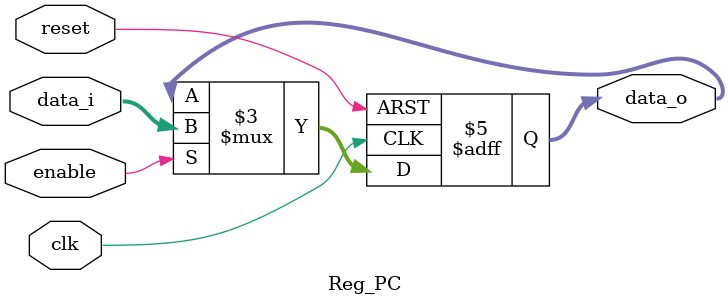
<source format=v>
module Reg_PC
(
	input clk, enable, reset,
    input      [31:0] data_i, 
	output reg [31:0] data_o
);
 
 	always @(posedge clk or negedge reset) begin
      if (!reset) data_o <= 32'h400000;
      else
		if(enable) data_o <= data_i;
   end 

endmodule 

</source>
